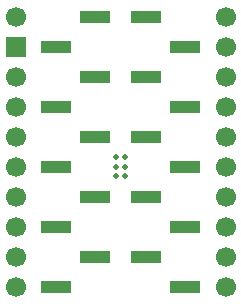
<source format=gbs>
G04 #@! TF.GenerationSoftware,KiCad,Pcbnew,9.0.6*
G04 #@! TF.CreationDate,2026-01-07T12:06:18-06:00*
G04 #@! TF.ProjectId,DHVQFN-16_4.15x3.65_P0.5,44485651-464e-42d3-9136-5f342e313578,rev?*
G04 #@! TF.SameCoordinates,Original*
G04 #@! TF.FileFunction,Soldermask,Bot*
G04 #@! TF.FilePolarity,Negative*
%FSLAX46Y46*%
G04 Gerber Fmt 4.6, Leading zero omitted, Abs format (unit mm)*
G04 Created by KiCad (PCBNEW 9.0.6) date 2026-01-07 12:06:18*
%MOMM*%
%LPD*%
G01*
G04 APERTURE LIST*
%ADD10C,0.508000*%
%ADD11C,1.700000*%
%ADD12R,1.700000X1.700000*%
%ADD13R,2.510000X1.000000*%
G04 APERTURE END LIST*
D10*
X132702300Y-111721900D03*
X132702300Y-112509300D03*
X132702300Y-113296700D03*
X133489700Y-111721900D03*
X133489700Y-112509300D03*
X133489700Y-113296700D03*
D11*
X124206000Y-99822000D03*
D12*
X124206000Y-102362000D03*
D11*
X124206000Y-104902000D03*
X124206000Y-107442000D03*
X124206000Y-109982000D03*
X124206000Y-112522000D03*
X124206000Y-115062000D03*
X124206000Y-117602000D03*
X124206000Y-120142000D03*
X124206000Y-122682000D03*
X141986000Y-99822000D03*
X141986000Y-102362000D03*
X141986000Y-104902000D03*
X141986000Y-107442000D03*
X141986000Y-109982000D03*
X141986000Y-112522000D03*
X141986000Y-115062000D03*
X141986000Y-117602000D03*
X141986000Y-120142000D03*
X141986000Y-122682000D03*
D13*
X130941000Y-99822000D03*
X127631000Y-102362000D03*
X130941000Y-104902000D03*
X127631000Y-107442000D03*
X130941000Y-109982000D03*
X127631000Y-112522000D03*
X130941000Y-115062000D03*
X127631000Y-117602000D03*
X130941000Y-120142000D03*
X127631000Y-122682000D03*
X135251000Y-99822000D03*
X138561000Y-102362000D03*
X135251000Y-104902000D03*
X138561000Y-107442000D03*
X135251000Y-109982000D03*
X138561000Y-112522000D03*
X135251000Y-115062000D03*
X138561000Y-117602000D03*
X135251000Y-120142000D03*
X138561000Y-122682000D03*
M02*

</source>
